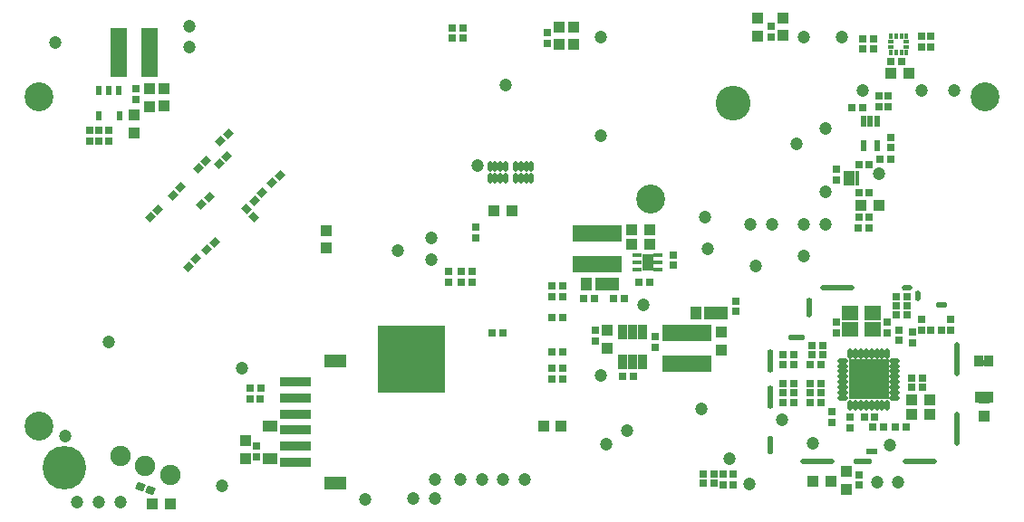
<source format=gbs>
G04 Layer_Color=16711935*
%FSLAX25Y25*%
%MOIN*%
G70*
G01*
G75*
%ADD151C,0.16000*%
%ADD152R,0.04343X0.04343*%
%ADD153R,0.03162X0.02769*%
%ADD157R,0.04343X0.04343*%
%ADD162O,0.12611X0.02178*%
%ADD165O,0.02178X0.08674*%
%ADD173C,0.05524*%
%ADD174R,0.02769X0.03162*%
%ADD175R,0.08280X0.05131*%
%ADD177C,0.04737*%
G04:AMPARAMS|DCode=180|XSize=27.69mil|YSize=31.62mil|CornerRadius=0mil|HoleSize=0mil|Usage=FLASHONLY|Rotation=45.000|XOffset=0mil|YOffset=0mil|HoleType=Round|Shape=Rectangle|*
%AMROTATEDRECTD180*
4,1,4,0.00139,-0.02097,-0.02097,0.00139,-0.00139,0.02097,0.02097,-0.00139,0.00139,-0.02097,0.0*
%
%ADD180ROTATEDRECTD180*%

%ADD185R,0.18123X0.05918*%
%ADD186O,0.02000X0.03900*%
%ADD194R,0.05918X0.18123*%
%ADD200R,0.05524X0.04147*%
%ADD202R,0.02178X0.02178*%
%ADD203C,0.10642*%
%ADD204C,0.07493*%
G04:AMPARAMS|DCode=206|XSize=244.22mil|YSize=244.22mil|CornerRadius=0mil|HoleSize=0mil|Usage=FLASHONLY|Rotation=0.000|XOffset=0mil|YOffset=0mil|HoleType=Round|Shape=RoundedRectangle|*
%AMROUNDEDRECTD206*
21,1,0.24422,0.24422,0,0,0.0*
21,1,0.24422,0.24422,0,0,0.0*
1,1,0.00000,0.12211,-0.12211*
1,1,0.00000,-0.12211,-0.12211*
1,1,0.00000,-0.12211,0.12211*
1,1,0.00000,0.12211,0.12211*
%
%ADD206ROUNDEDRECTD206*%
%ADD207C,0.02769*%
%ADD208O,0.02178X0.06706*%
%ADD209O,0.06312X0.02178*%
%ADD210O,0.02178X0.07296*%
%ADD211O,0.03950X0.02178*%
%ADD212O,0.02178X0.03950*%
%ADD213O,0.04343X0.02178*%
%ADD214O,0.02178X0.12611*%
%ADD215O,0.06706X0.02178*%
%ADD216R,0.01587X0.02887*%
%ADD217R,0.03300X0.05800*%
%ADD218R,0.06312X0.05524*%
%ADD219R,0.03359X0.01745*%
%ADD220R,0.03950X0.06312*%
G04:AMPARAMS|DCode=221|XSize=27.69mil|YSize=31.62mil|CornerRadius=0mil|HoleSize=0mil|Usage=FLASHONLY|Rotation=70.000|XOffset=0mil|YOffset=0mil|HoleType=Round|Shape=Rectangle|*
%AMROTATEDRECTD221*
4,1,4,0.01012,-0.01842,-0.01959,-0.00760,-0.01012,0.01842,0.01959,0.00760,0.01012,-0.01842,0.0*
%
%ADD221ROTATEDRECTD221*%

G04:AMPARAMS|DCode=222|XSize=27.69mil|YSize=31.62mil|CornerRadius=0mil|HoleSize=0mil|Usage=FLASHONLY|Rotation=315.000|XOffset=0mil|YOffset=0mil|HoleType=Round|Shape=Rectangle|*
%AMROTATEDRECTD222*
4,1,4,-0.02097,-0.00139,0.00139,0.02097,0.02097,0.00139,-0.00139,-0.02097,-0.02097,-0.00139,0.0*
%
%ADD222ROTATEDRECTD222*%

%ADD223R,0.11430X0.03556*%
%ADD224R,0.02375X0.03556*%
%ADD225R,0.03950X0.02375*%
%ADD226R,0.03359X0.03950*%
%ADD227R,0.07099X0.03950*%
%ADD228R,0.02375X0.04343*%
%ADD229R,0.01784X0.01883*%
%ADD230R,0.01883X0.01784*%
%ADD231R,0.03950X0.05131*%
%ADD232R,0.08674X0.05131*%
%ADD233R,0.14973X0.14973*%
%ADD234O,0.01784X0.03950*%
%ADD235O,0.03950X0.01784*%
%ADD236C,0.12800*%
D151*
X15400Y18699D02*
D03*
D152*
X302948Y10644D02*
D03*
Y17144D02*
D03*
X353543Y37695D02*
D03*
Y44195D02*
D03*
X202748Y174450D02*
D03*
Y180950D02*
D03*
X197248D02*
D03*
Y174450D02*
D03*
X111630Y99433D02*
D03*
Y105933D02*
D03*
X81848Y21950D02*
D03*
Y28450D02*
D03*
X40950Y141924D02*
D03*
Y148424D02*
D03*
X46450Y158224D02*
D03*
Y151724D02*
D03*
X270193Y177581D02*
D03*
Y184081D02*
D03*
X279693Y177833D02*
D03*
Y184333D02*
D03*
X52050Y151824D02*
D03*
Y158324D02*
D03*
X256793Y61960D02*
D03*
Y68460D02*
D03*
X214893Y62660D02*
D03*
Y69160D02*
D03*
D153*
X283616Y42631D02*
D03*
X279679D02*
D03*
X283616Y46131D02*
D03*
X279679D02*
D03*
X283616Y56631D02*
D03*
X279679D02*
D03*
X283616Y60131D02*
D03*
X279679D02*
D03*
X294173Y63617D02*
D03*
X290235D02*
D03*
X330817Y48200D02*
D03*
X326880D02*
D03*
X309496Y37299D02*
D03*
X313433D02*
D03*
X321332Y74799D02*
D03*
X325269D02*
D03*
Y78199D02*
D03*
X321332D02*
D03*
X312779Y33600D02*
D03*
X316717D02*
D03*
X311417Y119800D02*
D03*
X307480D02*
D03*
X311417Y130100D02*
D03*
X307480D02*
D03*
X325016Y33600D02*
D03*
X321079D02*
D03*
X283616Y49631D02*
D03*
X279679D02*
D03*
X294155Y60154D02*
D03*
X290217D02*
D03*
X293661Y56631D02*
D03*
X289724D02*
D03*
X293661Y49631D02*
D03*
X289724D02*
D03*
X293661Y46131D02*
D03*
X289724D02*
D03*
X293661Y42631D02*
D03*
X289724D02*
D03*
X337868Y69099D02*
D03*
X333931D02*
D03*
X230716Y86900D02*
D03*
X226780D02*
D03*
X83461Y43783D02*
D03*
X87398D02*
D03*
X326880Y51700D02*
D03*
X330817D02*
D03*
X172561Y68083D02*
D03*
X176498D02*
D03*
X194724Y61331D02*
D03*
X198661D02*
D03*
Y73783D02*
D03*
X194724D02*
D03*
Y81483D02*
D03*
X198661D02*
D03*
Y85683D02*
D03*
X194724D02*
D03*
Y51331D02*
D03*
X198661D02*
D03*
X83531Y47899D02*
D03*
X87468D02*
D03*
X194724Y55331D02*
D03*
X198661D02*
D03*
X312918Y173000D02*
D03*
X308981D02*
D03*
X312918Y176583D02*
D03*
X308981D02*
D03*
X321332Y81499D02*
D03*
X325269D02*
D03*
X254161Y16331D02*
D03*
X250224D02*
D03*
X250224Y12831D02*
D03*
X254161D02*
D03*
X157879Y180600D02*
D03*
X161817D02*
D03*
X157879Y176900D02*
D03*
X161817D02*
D03*
X309016Y151300D02*
D03*
X305080D02*
D03*
X315179Y132200D02*
D03*
X319116D02*
D03*
X323318Y168283D02*
D03*
X319381D02*
D03*
X206279Y80900D02*
D03*
X210216D02*
D03*
X217179Y80800D02*
D03*
X221116D02*
D03*
X220681Y52083D02*
D03*
X224618D02*
D03*
X311417Y110800D02*
D03*
X307480D02*
D03*
X311316Y107000D02*
D03*
X307380D02*
D03*
D157*
X197980Y33883D02*
D03*
X191480D02*
D03*
X325900Y163783D02*
D03*
X319400D02*
D03*
X326998Y43700D02*
D03*
X333498D02*
D03*
X173443Y113331D02*
D03*
X179943D02*
D03*
X54143Y5331D02*
D03*
X47643D02*
D03*
X333498Y38100D02*
D03*
X326998D02*
D03*
X314798Y115400D02*
D03*
X308298D02*
D03*
X297150Y13599D02*
D03*
X290650D02*
D03*
X224098Y100800D02*
D03*
X230598D02*
D03*
Y106300D02*
D03*
X224098D02*
D03*
D162*
X299606Y85039D02*
D03*
X329921Y20866D02*
D03*
X292126D02*
D03*
D165*
X274803Y44488D02*
D03*
Y57874D02*
D03*
D173*
X15400Y18699D02*
D03*
D174*
X318448Y151532D02*
D03*
Y155468D02*
D03*
X299448Y128668D02*
D03*
Y124732D02*
D03*
X304348Y33231D02*
D03*
Y37168D02*
D03*
X297648Y35331D02*
D03*
Y39268D02*
D03*
X307700Y16068D02*
D03*
Y12131D02*
D03*
X299300Y72268D02*
D03*
Y68331D02*
D03*
X318000Y68331D02*
D03*
Y72268D02*
D03*
X341300Y69331D02*
D03*
Y73268D02*
D03*
X330600Y69231D02*
D03*
Y73168D02*
D03*
X261193Y12362D02*
D03*
Y16299D02*
D03*
X257693Y12362D02*
D03*
Y16299D02*
D03*
X192848Y178969D02*
D03*
Y175031D02*
D03*
X85948Y26469D02*
D03*
Y22532D02*
D03*
X166450Y107343D02*
D03*
Y103405D02*
D03*
X322248Y69368D02*
D03*
Y65431D02*
D03*
X161193Y86862D02*
D03*
Y90799D02*
D03*
X165193D02*
D03*
Y86862D02*
D03*
X156693D02*
D03*
Y90799D02*
D03*
X31550Y142851D02*
D03*
Y138914D02*
D03*
X41450Y154306D02*
D03*
Y158242D02*
D03*
X275193Y177362D02*
D03*
Y181299D02*
D03*
X24550Y138937D02*
D03*
Y142874D02*
D03*
X28050Y142874D02*
D03*
Y138937D02*
D03*
X262193Y76115D02*
D03*
Y80052D02*
D03*
X327300Y64631D02*
D03*
Y68568D02*
D03*
X330550Y177651D02*
D03*
Y173714D02*
D03*
X334050D02*
D03*
Y177651D02*
D03*
X239348Y93132D02*
D03*
Y97069D02*
D03*
X232765Y66968D02*
D03*
Y63031D02*
D03*
X210493Y69179D02*
D03*
Y65242D02*
D03*
X319148Y136432D02*
D03*
Y140368D02*
D03*
X314848Y155468D02*
D03*
Y151532D02*
D03*
D175*
X114961Y57874D02*
D03*
Y12992D02*
D03*
D177*
X177748Y159500D02*
D03*
X267323Y12598D02*
D03*
X314961Y126772D02*
D03*
X322047Y13386D02*
D03*
X295276Y120079D02*
D03*
X151575Y14173D02*
D03*
X161024D02*
D03*
X168898D02*
D03*
X176772D02*
D03*
X249606Y40157D02*
D03*
X287402Y108268D02*
D03*
X11811Y175197D02*
D03*
X314173Y13386D02*
D03*
X15748Y30225D02*
D03*
X184646Y14173D02*
D03*
X330709Y157480D02*
D03*
X295276Y143701D02*
D03*
X284646Y137795D02*
D03*
X301181Y177076D02*
D03*
X80709Y55118D02*
D03*
X73348Y11800D02*
D03*
X287402Y177165D02*
D03*
X309055Y157480D02*
D03*
X250787Y111024D02*
D03*
X222441Y32283D02*
D03*
X342520Y157480D02*
D03*
X259842Y22047D02*
D03*
X137795Y98425D02*
D03*
X251969Y99213D02*
D03*
X150394Y103150D02*
D03*
Y95276D02*
D03*
X167323Y129921D02*
D03*
X275590Y108268D02*
D03*
X212598Y140945D02*
D03*
Y177165D02*
D03*
X228346Y78740D02*
D03*
X287402Y96457D02*
D03*
X290551Y27559D02*
D03*
X318898Y26772D02*
D03*
X279134Y36220D02*
D03*
X295276Y108268D02*
D03*
X31496Y64961D02*
D03*
X267717Y108268D02*
D03*
X143701Y7391D02*
D03*
X269685Y92913D02*
D03*
X125984Y6997D02*
D03*
X212598Y52666D02*
D03*
X151575Y7391D02*
D03*
X35827Y5906D02*
D03*
X27953D02*
D03*
X20079D02*
D03*
X214567Y27165D02*
D03*
X61417Y173532D02*
D03*
Y181406D02*
D03*
D180*
X82260Y113782D02*
D03*
X85044Y110998D02*
D03*
D185*
X211248Y93491D02*
D03*
Y104909D02*
D03*
X244293Y68319D02*
D03*
Y56902D02*
D03*
D186*
X187103Y129544D02*
D03*
X185134D02*
D03*
X183166D02*
D03*
X181197D02*
D03*
Y125096D02*
D03*
X183166D02*
D03*
X185134D02*
D03*
X187103D02*
D03*
X177703Y129544D02*
D03*
X175734D02*
D03*
X173766D02*
D03*
X171797D02*
D03*
Y125096D02*
D03*
X173766D02*
D03*
X175734D02*
D03*
X177703D02*
D03*
D194*
X35241Y171674D02*
D03*
X46658D02*
D03*
D200*
X90848Y34004D02*
D03*
Y21996D02*
D03*
D202*
X313238Y24600D02*
D03*
X311151D02*
D03*
D203*
X231102Y117717D02*
D03*
X353937Y155118D02*
D03*
X5906D02*
D03*
Y33858D02*
D03*
D204*
X54328Y16015D02*
D03*
X45079Y19382D02*
D03*
X35830Y22748D02*
D03*
D206*
X143052Y58692D02*
D03*
D207*
X306862Y46800D02*
D03*
X311193D02*
D03*
X315524D02*
D03*
X306862Y51131D02*
D03*
X311193D02*
D03*
X315524D02*
D03*
X306862Y55461D02*
D03*
X311193D02*
D03*
X315524D02*
D03*
D208*
X274803Y26772D02*
D03*
D209*
X284646Y66535D02*
D03*
D210*
X289370Y77559D02*
D03*
D211*
X325197Y85039D02*
D03*
D212*
X329134Y81890D02*
D03*
D213*
X337795Y78740D02*
D03*
D214*
X343701Y58661D02*
D03*
Y33071D02*
D03*
D215*
X309055Y20866D02*
D03*
D216*
X306815Y123781D02*
D03*
X305437D02*
D03*
X304059D02*
D03*
X302681D02*
D03*
Y126419D02*
D03*
X304059D02*
D03*
X305437D02*
D03*
X306815D02*
D03*
D217*
X224293Y68710D02*
D03*
X228033D02*
D03*
Y57510D02*
D03*
X224293D02*
D03*
X220553D02*
D03*
Y68710D02*
D03*
D218*
X312600Y69694D02*
D03*
X304332D02*
D03*
Y75599D02*
D03*
X312600D02*
D03*
D219*
X226009Y96759D02*
D03*
Y94200D02*
D03*
Y91641D02*
D03*
X233687D02*
D03*
Y94200D02*
D03*
Y96759D02*
D03*
D220*
X229848Y94200D02*
D03*
D221*
X43243Y11584D02*
D03*
X46943Y10237D02*
D03*
D222*
X72760Y138800D02*
D03*
X75544Y141584D02*
D03*
X72260Y130500D02*
D03*
X75044Y133284D02*
D03*
X88044Y119784D02*
D03*
X85260Y117000D02*
D03*
X94544Y126284D02*
D03*
X91760Y123500D02*
D03*
X49705Y113650D02*
D03*
X46922Y110866D02*
D03*
X55260Y119000D02*
D03*
X58044Y121784D02*
D03*
X68544Y118284D02*
D03*
X65760Y115500D02*
D03*
X67772Y98781D02*
D03*
X70556Y101565D02*
D03*
X60992Y92732D02*
D03*
X63776Y95516D02*
D03*
X67252Y131584D02*
D03*
X64468Y128800D02*
D03*
D223*
X100394Y50196D02*
D03*
Y44291D02*
D03*
Y38385D02*
D03*
Y32480D02*
D03*
Y26574D02*
D03*
Y20669D02*
D03*
D224*
X27909Y148225D02*
D03*
X35587D02*
D03*
X35390Y157674D02*
D03*
X31650D02*
D03*
X27909D02*
D03*
D225*
X353543Y57087D02*
D03*
D226*
X355413Y57874D02*
D03*
X351673Y57874D02*
D03*
D227*
X353543Y44488D02*
D03*
D228*
X309189Y137232D02*
D03*
X314307D02*
D03*
Y146091D02*
D03*
X311748D02*
D03*
X309189D02*
D03*
D229*
X319197Y177635D02*
D03*
X321165D02*
D03*
X323134D02*
D03*
X325102D02*
D03*
Y171730D02*
D03*
X323134D02*
D03*
X321165D02*
D03*
X319197D02*
D03*
D230*
X325103Y175667D02*
D03*
X325102Y173698D02*
D03*
X319197Y173699D02*
D03*
Y175667D02*
D03*
D231*
X207408Y86300D02*
D03*
X247453Y75410D02*
D03*
D232*
X214888Y86300D02*
D03*
X254933Y75410D02*
D03*
D233*
X311193Y51131D02*
D03*
D234*
X318083Y60678D02*
D03*
X316114D02*
D03*
X314146D02*
D03*
X312177D02*
D03*
X310209D02*
D03*
X308240D02*
D03*
X306272D02*
D03*
X304303D02*
D03*
Y41583D02*
D03*
X306272D02*
D03*
X308240D02*
D03*
X310209D02*
D03*
X312177D02*
D03*
X314146D02*
D03*
X316114D02*
D03*
X318083D02*
D03*
D235*
X301646Y58021D02*
D03*
Y56052D02*
D03*
Y54084D02*
D03*
Y52115D02*
D03*
Y50146D02*
D03*
Y48178D02*
D03*
Y46209D02*
D03*
Y44241D02*
D03*
X320740D02*
D03*
Y46209D02*
D03*
Y48178D02*
D03*
Y50146D02*
D03*
Y52115D02*
D03*
Y54084D02*
D03*
Y56052D02*
D03*
Y58021D02*
D03*
D236*
X261193Y152831D02*
D03*
M02*

</source>
